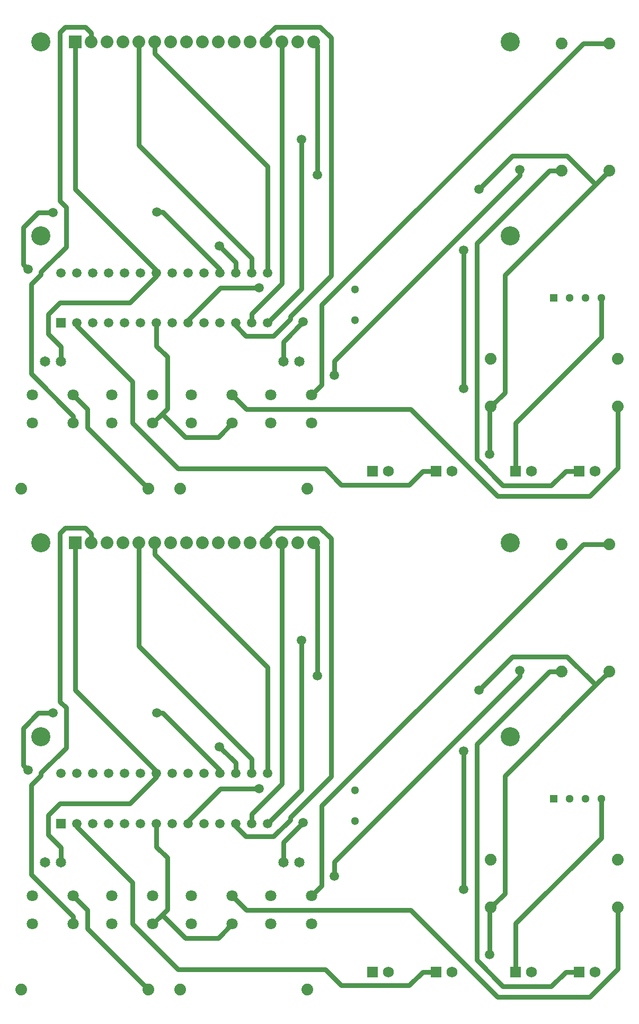
<source format=gbl>
G04 Layer: BottomLayer*
G04 EasyEDA v6.5.22, 2023-01-29 18:53:10*
G04 Gerber Generator version 0.2*
G04 Scale: 100 percent, Rotated: No, Reflected: No *
G04 Dimensions in millimeters *
G04 leading zeros omitted , absolute positions ,4 integer and 5 decimal *
%FSLAX45Y45*%
%MOMM*%

%ADD10C,0.8000*%
%ADD11R,1.2954X1.2954*%
%ADD12C,1.2954*%
%ADD13C,1.3000*%
%ADD14R,1.5000X1.5000*%
%ADD15C,1.5000*%
%ADD16C,1.8796*%
%ADD17C,1.6510*%
%ADD18C,2.0320*%
%ADD19R,2.0320X2.0320*%
%ADD20C,3.0480*%
%ADD21C,1.8000*%
%ADD22R,1.7500X1.7500*%
%ADD23C,1.7500*%
%ADD24C,1.5000*%
%ADD25C,0.0193*%

%LPD*%
D10*
X4060675Y3589474D02*
G01*
X3441674Y3589474D01*
X2921000Y3068800D01*
X2921000Y3027984D01*
X4759523Y3041545D02*
G01*
X4445000Y2727022D01*
X4445000Y2411984D01*
X5261731Y2189708D02*
G01*
X5261731Y2419982D01*
X8226325Y5384571D01*
X8226325Y5472709D01*
X4734407Y5959246D02*
G01*
X4734407Y3571392D01*
X4191000Y3027984D01*
X9433707Y5241696D02*
G01*
X7983860Y3791838D01*
X7983860Y1912238D01*
X7759700Y1688084D01*
X9652000Y5459984D02*
G01*
X9433707Y5241696D01*
X7567376Y5161125D02*
G01*
X8103008Y5696762D01*
X8978615Y5696762D01*
X9433707Y5241696D01*
X7759700Y1688084D02*
G01*
X7741084Y1669468D01*
X7741084Y932588D01*
X889000Y2411984D02*
G01*
X889000Y2645892D01*
X683821Y2851076D01*
X683821Y3160013D01*
X869695Y3345893D01*
X1989348Y3345893D01*
X2413000Y3769537D01*
X2413000Y3827983D01*
X1118008Y7517991D02*
G01*
X1118008Y5159171D01*
X2413000Y3864180D01*
X2413000Y3827983D01*
X4928008Y7517991D02*
G01*
X4990058Y7455943D01*
X4990058Y5389371D01*
X9525000Y3427984D02*
G01*
X9525000Y2799209D01*
X8157392Y1431597D01*
X8157392Y659384D01*
X767079Y4793005D02*
G01*
X523570Y4793005D01*
X285422Y4554854D01*
X285422Y3960113D01*
X365125Y3880408D01*
X3429000Y3827983D02*
G01*
X3429000Y3884396D01*
X2519324Y4794072D01*
X2423342Y4794072D01*
X3683000Y3827983D02*
G01*
X3683000Y3997121D01*
X3421608Y4258513D01*
X3937000Y3827983D02*
G01*
X3937000Y4059963D01*
X2134008Y5862954D01*
X2134008Y7517991D01*
X2388008Y7517991D02*
G01*
X2388008Y7331075D01*
X4191000Y5528078D01*
X4191000Y3827983D01*
X2286000Y379984D02*
G01*
X1317043Y1348940D01*
X1317043Y1645109D01*
X1087120Y1875030D01*
X9652000Y7491984D02*
G01*
X9236732Y7491984D01*
X5056583Y3311829D01*
X5056583Y2034486D01*
X4897114Y1875030D01*
X3627114Y1875030D02*
G01*
X3852031Y1650108D01*
X6475684Y1650108D01*
X7869509Y256283D01*
X9337067Y256283D01*
X9791700Y710923D01*
X9791700Y1688084D01*
X4166008Y7517991D02*
G01*
X4166008Y7604709D01*
X4315792Y7754493D01*
X5032425Y7754493D01*
X5207657Y7579258D01*
X5207657Y3779801D01*
X4554377Y3126513D01*
X4554377Y3087118D01*
X4287997Y2820746D01*
X3848943Y2820746D01*
X3683000Y2986684D01*
X3683000Y3027984D01*
X8955831Y659384D02*
G01*
X8726164Y429717D01*
X7953834Y429717D01*
X7533406Y850137D01*
X7533406Y4297022D01*
X8696375Y5459984D01*
X8890000Y5459984D01*
X9173392Y659384D02*
G01*
X8955831Y659384D01*
X6887392Y659384D02*
G01*
X6669831Y659384D01*
X1143000Y3027984D02*
G01*
X1143000Y2973400D01*
X2032000Y2084400D01*
X2032000Y1427200D01*
X2762981Y696213D01*
X5117282Y696213D01*
X5372732Y440768D01*
X6451216Y440768D01*
X6669831Y659384D01*
X1087120Y1424937D02*
G01*
X1087120Y1541452D01*
X417370Y2211196D01*
X417370Y3642512D01*
X570278Y3795422D01*
X570278Y3840045D01*
X972238Y4242005D01*
X972238Y4877991D01*
X874674Y4975555D01*
X874674Y7665869D01*
X958570Y7749766D01*
X1277744Y7749766D01*
X1372008Y7655509D01*
X1372008Y7517991D01*
X2504925Y1572742D02*
G01*
X2588257Y1656079D01*
X2588257Y2482745D01*
X2413000Y2658008D01*
X2413000Y3027984D01*
X2504925Y1572742D02*
G01*
X2357114Y1424937D01*
X3627114Y1424937D02*
G01*
X3403191Y1201013D01*
X2876649Y1201013D01*
X2504925Y1572742D01*
X3937000Y3027984D02*
G01*
X3937000Y3175609D01*
X4420008Y3658618D01*
X4420008Y7517991D01*
X7323658Y1978913D02*
G01*
X7323658Y4185208D01*
X4060675Y11589458D02*
G01*
X3441674Y11589458D01*
X2921000Y11068784D01*
X2921000Y11027968D01*
X4759523Y11041529D02*
G01*
X4445000Y10727006D01*
X4445000Y10411968D01*
X5261731Y10189692D02*
G01*
X5261731Y10419966D01*
X8226325Y13384555D01*
X8226325Y13472693D01*
X4734407Y13959230D02*
G01*
X4734407Y11571376D01*
X4191000Y11027968D01*
X9433707Y13241680D02*
G01*
X7983860Y11791822D01*
X7983860Y9912222D01*
X7759700Y9688068D01*
X9652000Y13459968D02*
G01*
X9433707Y13241680D01*
X7567376Y13161109D02*
G01*
X8103008Y13696746D01*
X8978615Y13696746D01*
X9433707Y13241680D01*
X7759700Y9688068D02*
G01*
X7741084Y9669452D01*
X7741084Y8932572D01*
X889000Y10411968D02*
G01*
X889000Y10645876D01*
X683821Y10851060D01*
X683821Y11159997D01*
X869695Y11345877D01*
X1989348Y11345877D01*
X2413000Y11769521D01*
X2413000Y11827967D01*
X1118008Y15517975D02*
G01*
X1118008Y13159155D01*
X2413000Y11864164D01*
X2413000Y11827967D01*
X4928008Y15517975D02*
G01*
X4990058Y15455927D01*
X4990058Y13389355D01*
X9525000Y11427968D02*
G01*
X9525000Y10799193D01*
X8157392Y9431581D01*
X8157392Y8659368D01*
X767079Y12792989D02*
G01*
X523570Y12792989D01*
X285422Y12554838D01*
X285422Y11960097D01*
X365125Y11880392D01*
X3429000Y11827967D02*
G01*
X3429000Y11884380D01*
X2519324Y12794056D01*
X2423342Y12794056D01*
X3683000Y11827967D02*
G01*
X3683000Y11997105D01*
X3421608Y12258497D01*
X3937000Y11827967D02*
G01*
X3937000Y12059947D01*
X2134008Y13862938D01*
X2134008Y15517975D01*
X2388008Y15517975D02*
G01*
X2388008Y15331059D01*
X4191000Y13528062D01*
X4191000Y11827967D01*
X2286000Y8379968D02*
G01*
X1317043Y9348924D01*
X1317043Y9645093D01*
X1087120Y9875014D01*
X9652000Y15491968D02*
G01*
X9236732Y15491968D01*
X5056583Y11311813D01*
X5056583Y10034470D01*
X4897114Y9875014D01*
X3627114Y9875014D02*
G01*
X3852031Y9650092D01*
X6475684Y9650092D01*
X7869509Y8256267D01*
X9337067Y8256267D01*
X9791700Y8710907D01*
X9791700Y9688068D01*
X4166008Y15517975D02*
G01*
X4166008Y15604693D01*
X4315792Y15754477D01*
X5032425Y15754477D01*
X5207657Y15579242D01*
X5207657Y11779785D01*
X4554377Y11126497D01*
X4554377Y11087102D01*
X4287997Y10820730D01*
X3848943Y10820730D01*
X3683000Y10986668D01*
X3683000Y11027968D01*
X8955831Y8659368D02*
G01*
X8726164Y8429701D01*
X7953834Y8429701D01*
X7533406Y8850121D01*
X7533406Y12297006D01*
X8696375Y13459968D01*
X8890000Y13459968D01*
X9173392Y8659368D02*
G01*
X8955831Y8659368D01*
X6887392Y8659368D02*
G01*
X6669831Y8659368D01*
X1143000Y11027968D02*
G01*
X1143000Y10973384D01*
X2032000Y10084384D01*
X2032000Y9427184D01*
X2762981Y8696197D01*
X5117282Y8696197D01*
X5372732Y8440752D01*
X6451216Y8440752D01*
X6669831Y8659368D01*
X1087120Y9424921D02*
G01*
X1087120Y9541436D01*
X417370Y10211180D01*
X417370Y11642496D01*
X570278Y11795406D01*
X570278Y11840029D01*
X972238Y12241989D01*
X972238Y12877975D01*
X874674Y12975539D01*
X874674Y15665853D01*
X958570Y15749750D01*
X1277744Y15749750D01*
X1372008Y15655493D01*
X1372008Y15517975D01*
X2504925Y9572726D02*
G01*
X2588257Y9656063D01*
X2588257Y10482729D01*
X2413000Y10657992D01*
X2413000Y11027968D01*
X2504925Y9572726D02*
G01*
X2357114Y9424921D01*
X3627114Y9424921D02*
G01*
X3403191Y9200997D01*
X2876649Y9200997D01*
X2504925Y9572726D01*
X3937000Y11027968D02*
G01*
X3937000Y11175593D01*
X4420008Y11658602D01*
X4420008Y15517975D01*
X7323658Y9978897D02*
G01*
X7323658Y12185192D01*
D11*
G01*
X8763000Y3427984D03*
D12*
G01*
X9017000Y3427984D03*
G01*
X9271000Y3427984D03*
G01*
X9525000Y3427984D03*
D13*
G01*
X5588000Y3557676D03*
G01*
X5588000Y3069691D03*
D14*
G01*
X889000Y3027984D03*
D15*
G01*
X1143000Y3027984D03*
G01*
X1397000Y3027984D03*
G01*
X1651000Y3027984D03*
G01*
X1905000Y3027984D03*
G01*
X2159000Y3027984D03*
G01*
X2413000Y3027984D03*
G01*
X2667000Y3027984D03*
G01*
X2921000Y3027984D03*
G01*
X3175000Y3027984D03*
G01*
X3429000Y3027984D03*
G01*
X3683000Y3027984D03*
G01*
X3937000Y3027984D03*
G01*
X4191000Y3027984D03*
G01*
X889000Y3827983D03*
G01*
X1143000Y3827983D03*
G01*
X1397000Y3827983D03*
G01*
X1651000Y3827983D03*
G01*
X1905000Y3827983D03*
G01*
X2159000Y3827983D03*
G01*
X2413000Y3827983D03*
G01*
X2667000Y3827983D03*
G01*
X2921000Y3827983D03*
G01*
X3175000Y3827983D03*
G01*
X3429000Y3827983D03*
G01*
X3683000Y3827983D03*
G01*
X3937000Y3827983D03*
G01*
X4191000Y3827983D03*
D16*
G01*
X7759700Y1688084D03*
G01*
X9791700Y1688084D03*
G01*
X254000Y379984D03*
G01*
X2286000Y379984D03*
G01*
X2794000Y379984D03*
G01*
X4826000Y379984D03*
G01*
X9652000Y5459984D03*
G01*
X9652000Y7491984D03*
G01*
X8890000Y5459984D03*
G01*
X8890000Y7491984D03*
G01*
X7759700Y2450084D03*
G01*
X9791700Y2450084D03*
D17*
G01*
X4445000Y2411984D03*
G01*
X4699000Y2411984D03*
G01*
X635000Y2411984D03*
G01*
X889000Y2411984D03*
D18*
G01*
X4928006Y7517993D03*
G01*
X4674006Y7517993D03*
G01*
X4420006Y7517993D03*
G01*
X4166006Y7517993D03*
G01*
X3912006Y7517993D03*
G01*
X3658006Y7517993D03*
G01*
X3404006Y7517993D03*
G01*
X3150006Y7517993D03*
G01*
X2896006Y7517993D03*
G01*
X2642006Y7517993D03*
G01*
X2388006Y7517993D03*
G01*
X2134006Y7517993D03*
G01*
X1880006Y7517993D03*
G01*
X1626006Y7517993D03*
G01*
X1372006Y7517993D03*
D19*
G01*
X1118006Y7517993D03*
D20*
G01*
X567994Y7517993D03*
G01*
X567994Y4417974D03*
G01*
X8068005Y7517993D03*
G01*
X8068005Y4417974D03*
D21*
G01*
X4246879Y1875028D03*
G01*
X4246879Y1424939D03*
G01*
X4897120Y1875028D03*
G01*
X4897120Y1424939D03*
G01*
X2976879Y1875028D03*
G01*
X2976879Y1424939D03*
G01*
X3627120Y1875028D03*
G01*
X3627120Y1424939D03*
G01*
X1706879Y1875028D03*
G01*
X1706879Y1424939D03*
G01*
X2357120Y1875028D03*
G01*
X2357120Y1424939D03*
G01*
X436879Y1875028D03*
G01*
X436879Y1424939D03*
G01*
X1087120Y1875028D03*
G01*
X1087120Y1424939D03*
D22*
G01*
X9173387Y659384D03*
D23*
G01*
X9423400Y659384D03*
D22*
G01*
X6887387Y659384D03*
D23*
G01*
X7137400Y659384D03*
D22*
G01*
X8157387Y659384D03*
D23*
G01*
X8407400Y659384D03*
D22*
G01*
X5871387Y659384D03*
D23*
G01*
X6121400Y659384D03*
D11*
G01*
X8763000Y11427968D03*
D12*
G01*
X9017000Y11427968D03*
G01*
X9271000Y11427968D03*
G01*
X9525000Y11427968D03*
D13*
G01*
X5588000Y11557660D03*
G01*
X5588000Y11069675D03*
D14*
G01*
X889000Y11027968D03*
D15*
G01*
X1143000Y11027968D03*
G01*
X1397000Y11027968D03*
G01*
X1651000Y11027968D03*
G01*
X1905000Y11027968D03*
G01*
X2159000Y11027968D03*
G01*
X2413000Y11027968D03*
G01*
X2667000Y11027968D03*
G01*
X2921000Y11027968D03*
G01*
X3175000Y11027968D03*
G01*
X3429000Y11027968D03*
G01*
X3683000Y11027968D03*
G01*
X3937000Y11027968D03*
G01*
X4191000Y11027968D03*
G01*
X889000Y11827967D03*
G01*
X1143000Y11827967D03*
G01*
X1397000Y11827967D03*
G01*
X1651000Y11827967D03*
G01*
X1905000Y11827967D03*
G01*
X2159000Y11827967D03*
G01*
X2413000Y11827967D03*
G01*
X2667000Y11827967D03*
G01*
X2921000Y11827967D03*
G01*
X3175000Y11827967D03*
G01*
X3429000Y11827967D03*
G01*
X3683000Y11827967D03*
G01*
X3937000Y11827967D03*
G01*
X4191000Y11827967D03*
D16*
G01*
X7759700Y9688068D03*
G01*
X9791700Y9688068D03*
G01*
X254000Y8379968D03*
G01*
X2286000Y8379968D03*
G01*
X2794000Y8379968D03*
G01*
X4826000Y8379968D03*
G01*
X9652000Y13459968D03*
G01*
X9652000Y15491968D03*
G01*
X8890000Y13459968D03*
G01*
X8890000Y15491968D03*
G01*
X7759700Y10450068D03*
G01*
X9791700Y10450068D03*
D17*
G01*
X4445000Y10411968D03*
G01*
X4699000Y10411968D03*
G01*
X635000Y10411968D03*
G01*
X889000Y10411968D03*
D18*
G01*
X4928006Y15517977D03*
G01*
X4674006Y15517977D03*
G01*
X4420006Y15517977D03*
G01*
X4166006Y15517977D03*
G01*
X3912006Y15517977D03*
G01*
X3658006Y15517977D03*
G01*
X3404006Y15517977D03*
G01*
X3150006Y15517977D03*
G01*
X2896006Y15517977D03*
G01*
X2642006Y15517977D03*
G01*
X2388006Y15517977D03*
G01*
X2134006Y15517977D03*
G01*
X1880006Y15517977D03*
G01*
X1626006Y15517977D03*
G01*
X1372006Y15517977D03*
D19*
G01*
X1118006Y15517977D03*
D20*
G01*
X567994Y15517977D03*
G01*
X567994Y12417958D03*
G01*
X8068005Y15517977D03*
G01*
X8068005Y12417958D03*
D21*
G01*
X4246879Y9875012D03*
G01*
X4246879Y9424924D03*
G01*
X4897120Y9875012D03*
G01*
X4897120Y9424924D03*
G01*
X2976879Y9875012D03*
G01*
X2976879Y9424924D03*
G01*
X3627120Y9875012D03*
G01*
X3627120Y9424924D03*
G01*
X1706879Y9875012D03*
G01*
X1706879Y9424924D03*
G01*
X2357120Y9875012D03*
G01*
X2357120Y9424924D03*
G01*
X436879Y9875012D03*
G01*
X436879Y9424924D03*
G01*
X1087120Y9875012D03*
G01*
X1087120Y9424924D03*
D22*
G01*
X9173387Y8659368D03*
D23*
G01*
X9423400Y8659368D03*
D22*
G01*
X6887387Y8659368D03*
D23*
G01*
X7137400Y8659368D03*
D22*
G01*
X8157387Y8659368D03*
D23*
G01*
X8407400Y8659368D03*
D22*
G01*
X5871387Y8659368D03*
D23*
G01*
X6121400Y8659368D03*
D24*
G01*
X3421608Y4258513D03*
G01*
X7323658Y4185208D03*
G01*
X7323658Y1978913D03*
G01*
X2423337Y4794072D03*
G01*
X767079Y4793005D03*
G01*
X365125Y3880408D03*
G01*
X4990058Y5389371D03*
G01*
X7741081Y932586D03*
G01*
X7567371Y5161127D03*
G01*
X4734407Y5959246D03*
G01*
X5261736Y2189708D03*
G01*
X8226323Y5472709D03*
G01*
X4759528Y3041548D03*
G01*
X4060672Y3589477D03*
G01*
X3421608Y12258497D03*
G01*
X7323658Y12185192D03*
G01*
X7323658Y9978897D03*
G01*
X2423337Y12794056D03*
G01*
X767079Y12792989D03*
G01*
X365125Y11880392D03*
G01*
X4990058Y13389355D03*
G01*
X7741081Y8932570D03*
G01*
X7567371Y13161111D03*
G01*
X4734407Y13959230D03*
G01*
X5261736Y10189692D03*
G01*
X8226323Y13472693D03*
G01*
X4759528Y11041532D03*
G01*
X4060672Y11589461D03*
M02*

</source>
